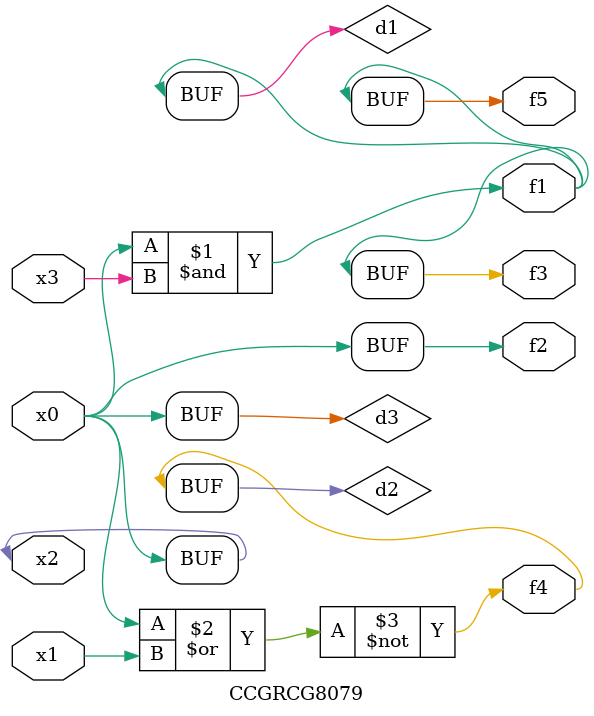
<source format=v>
module CCGRCG8079(
	input x0, x1, x2, x3,
	output f1, f2, f3, f4, f5
);

	wire d1, d2, d3;

	and (d1, x2, x3);
	nor (d2, x0, x1);
	buf (d3, x0, x2);
	assign f1 = d1;
	assign f2 = d3;
	assign f3 = d1;
	assign f4 = d2;
	assign f5 = d1;
endmodule

</source>
